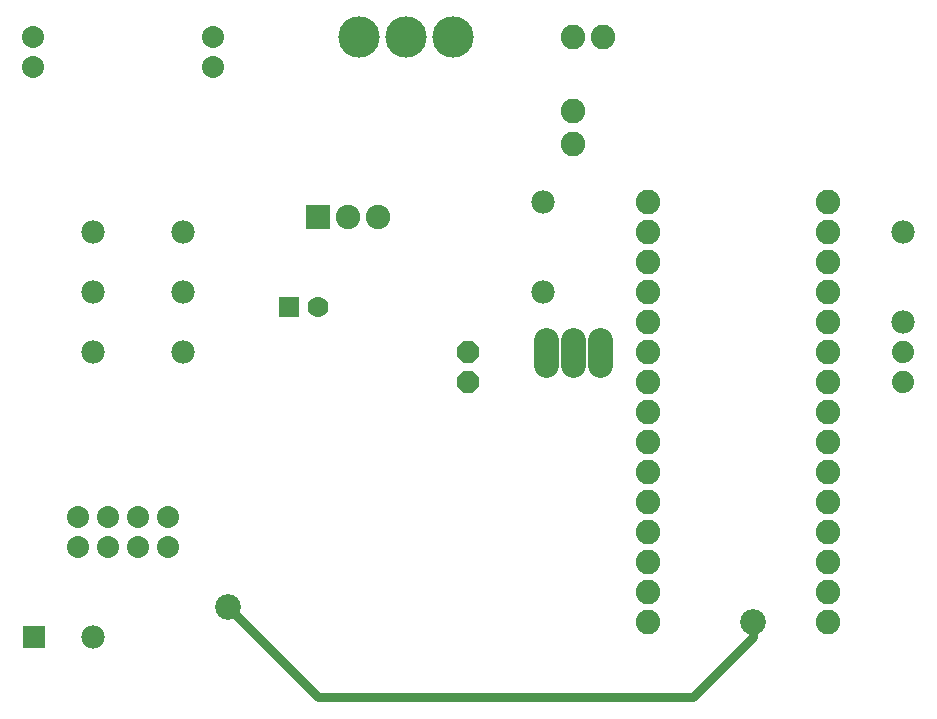
<source format=gbr>
G04 EAGLE Gerber RS-274X export*
G75*
%MOMM*%
%FSLAX34Y34*%
%LPD*%
%INTop Copper*%
%IPPOS*%
%AMOC8*
5,1,8,0,0,1.08239X$1,22.5*%
G01*
%ADD10C,2.082800*%
%ADD11R,1.766800X1.766800*%
%ADD12C,1.766800*%
%ADD13C,1.879600*%
%ADD14C,2.082800*%
%ADD15C,1.966800*%
%ADD16C,1.866800*%
%ADD17P,2.020606X8X292.500000*%
%ADD18C,3.500000*%
%ADD19R,2.066800X2.066800*%
%ADD20C,2.066800*%
%ADD21R,1.966800X1.966800*%
%ADD22C,2.170000*%
%ADD23C,0.762000*%


D10*
X533400Y494030D03*
X533400Y521970D03*
D11*
X292300Y355600D03*
D12*
X317300Y355600D03*
D13*
X812800Y292100D03*
X812800Y317500D03*
D10*
X596900Y266700D03*
X596900Y292100D03*
X596900Y317500D03*
X596900Y342900D03*
X596900Y368300D03*
X596900Y393700D03*
X596900Y241300D03*
X596900Y215900D03*
X596900Y190500D03*
X596900Y165100D03*
X596900Y139700D03*
X596900Y114300D03*
X596900Y88900D03*
X596900Y419100D03*
X596900Y444500D03*
X749300Y266700D03*
X749300Y241300D03*
X749300Y215900D03*
X749300Y190500D03*
X749300Y165100D03*
X749300Y139700D03*
X749300Y292100D03*
X749300Y317500D03*
X749300Y342900D03*
X749300Y368300D03*
X749300Y393700D03*
X749300Y419100D03*
X749300Y444500D03*
X749300Y114300D03*
X749300Y88900D03*
X533400Y584200D03*
X558800Y584200D03*
D14*
X556260Y327914D02*
X556260Y307086D01*
X533400Y307086D02*
X533400Y327914D01*
X510540Y327914D02*
X510540Y307086D01*
D15*
X127000Y317500D03*
X203200Y317500D03*
X508000Y368300D03*
X508000Y444500D03*
X812800Y342900D03*
X812800Y419100D03*
X203200Y419100D03*
X127000Y419100D03*
X127000Y368300D03*
X203200Y368300D03*
D16*
X114300Y152400D03*
X139700Y152400D03*
X165100Y152400D03*
X190500Y152400D03*
X114300Y177800D03*
X139700Y177800D03*
X165100Y177800D03*
X190500Y177800D03*
X228600Y558800D03*
X228600Y584200D03*
X76200Y584200D03*
X76200Y558800D03*
D17*
X444500Y317500D03*
X444500Y292100D03*
D18*
X431800Y584200D03*
X391800Y584200D03*
X351800Y584200D03*
D19*
X317500Y431800D03*
D20*
X342900Y431800D03*
X368300Y431800D03*
D15*
X126600Y76200D03*
D21*
X76600Y76200D03*
D22*
X241300Y101600D03*
X685800Y88900D03*
D23*
X317500Y25400D02*
X241300Y101600D01*
X317500Y25400D02*
X635000Y25400D01*
X685800Y76200D01*
X685800Y88900D01*
M02*

</source>
